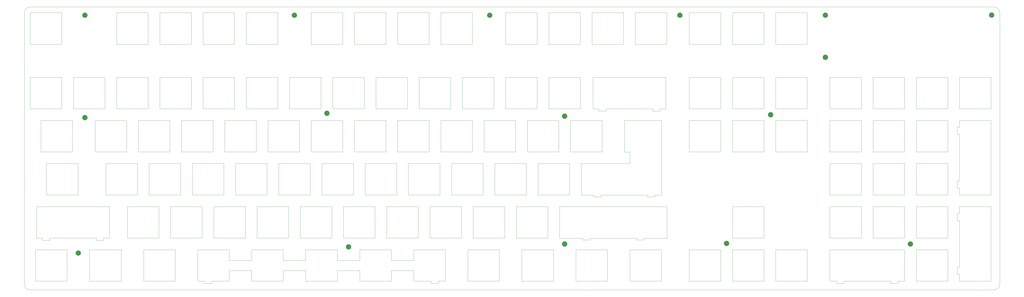
<source format=gbs>
G04 #@! TF.GenerationSoftware,KiCad,Pcbnew,(5.1.5)-3*
G04 #@! TF.CreationDate,2021-02-16T22:22:21+09:00*
G04 #@! TF.ProjectId,topplate,746f7070-6c61-4746-952e-6b696361645f,rev?*
G04 #@! TF.SameCoordinates,Original*
G04 #@! TF.FileFunction,Soldermask,Bot*
G04 #@! TF.FilePolarity,Negative*
%FSLAX46Y46*%
G04 Gerber Fmt 4.6, Leading zero omitted, Abs format (unit mm)*
G04 Created by KiCad (PCBNEW (5.1.5)-3) date 2021-02-16 22:22:21*
%MOMM*%
%LPD*%
G04 APERTURE LIST*
%ADD10C,0.010000*%
%ADD11C,0.100000*%
G04 APERTURE END LIST*
D10*
X273715510Y-78741000D02*
X226378510Y-78741000D01*
X263596510Y-93491400D02*
X263596510Y-92740400D01*
X273715510Y-92740400D02*
X273715510Y-78741000D01*
X260296510Y-92740400D02*
X260296510Y-93491400D01*
X263596510Y-92740400D02*
X273715510Y-92740400D01*
X260296510Y-93491400D02*
X263596510Y-93491400D01*
X239796510Y-92740400D02*
X260296510Y-92740400D01*
X239796510Y-93491400D02*
X239796510Y-92740400D01*
X236497510Y-93491400D02*
X239796510Y-93491400D01*
X236497510Y-92740400D02*
X236497510Y-93491400D01*
X226378510Y-92740400D02*
X236497510Y-92740400D01*
X226378510Y-78741000D02*
X226378510Y-92740400D01*
X271334510Y-73690300D02*
X271334510Y-40641000D01*
X265058510Y-73690300D02*
X265058510Y-74441400D01*
X268359510Y-73690300D02*
X271334510Y-73690300D01*
X271334510Y-40641000D02*
X254953510Y-40641000D01*
X244557510Y-73690300D02*
X265058510Y-73690300D01*
X268359510Y-74441400D02*
X268359510Y-73690300D01*
X265058510Y-74441400D02*
X268359510Y-74441400D01*
X257333510Y-54640300D02*
X257333510Y-59691000D01*
X235903510Y-73690300D02*
X241258510Y-73690300D01*
X257333510Y-59691000D02*
X235903510Y-59691000D01*
X244557510Y-74441400D02*
X244557510Y-73690300D01*
X241258510Y-74441400D02*
X244557510Y-74441400D01*
X235903510Y-59691000D02*
X235903510Y-73690300D01*
X254953510Y-54640300D02*
X257333510Y-54640300D01*
X254953510Y-40641000D02*
X254953510Y-54640300D01*
X241258510Y-73690300D02*
X241258510Y-74441400D01*
X402592510Y-81716300D02*
X402592510Y-78741000D01*
X401622510Y-46816100D02*
X402592510Y-46816100D01*
X401622510Y-43616400D02*
X401622510Y-46816100D01*
X402592510Y-43616400D02*
X401622510Y-43616400D01*
X402592510Y-40641000D02*
X402592510Y-43616400D01*
X345442510Y-97789800D02*
X345442510Y-111691420D01*
X114458510Y-97789800D02*
X114458510Y-102491600D01*
X348416510Y-111691420D02*
X348416510Y-112661560D01*
X345442510Y-111691420D02*
X348416510Y-111691420D01*
X80733910Y-97789800D02*
X66833710Y-97789800D01*
X90647510Y-102491600D02*
X80733910Y-102491600D01*
X138272510Y-102491600D02*
X128358510Y-102491600D01*
X104547510Y-102491600D02*
X104547510Y-97789800D01*
X114458510Y-102491600D02*
X104547510Y-102491600D01*
X90647510Y-97789800D02*
X90647510Y-102491600D01*
X128358510Y-102491600D02*
X128358510Y-97789800D01*
X104547510Y-97789800D02*
X90647510Y-97789800D01*
X128358510Y-97789800D02*
X114458510Y-97789800D01*
X80733910Y-102491600D02*
X80733910Y-97789800D01*
X348416510Y-112661560D02*
X351616510Y-112661560D01*
X173008510Y-111691420D02*
X175983510Y-111691420D01*
X169809510Y-111691420D02*
X169809510Y-112661560D01*
X138272510Y-111691420D02*
X152172510Y-111691420D01*
X128358510Y-106990920D02*
X138272510Y-106990920D01*
X173008510Y-112661560D02*
X173008510Y-111691420D01*
X175983510Y-97789800D02*
X162083510Y-97789800D01*
X152172510Y-111691420D02*
X152172510Y-106990920D01*
X175983510Y-111691420D02*
X175983510Y-97789800D01*
X162083510Y-106990920D02*
X162083510Y-111691420D01*
X114458510Y-106990920D02*
X114458510Y-111691420D01*
X138272510Y-97789800D02*
X138272510Y-102491600D01*
X169809510Y-112661560D02*
X173008510Y-112661560D01*
X114458510Y-111691420D02*
X128358510Y-111691420D01*
X152172510Y-97789800D02*
X138272510Y-97789800D01*
X152172510Y-102491600D02*
X152172510Y-97789800D01*
X162083510Y-102491600D02*
X152172510Y-102491600D01*
X162083510Y-97789800D02*
X162083510Y-102491600D01*
X162083510Y-111691420D02*
X169809510Y-111691420D01*
X152172510Y-106990920D02*
X162083510Y-106990920D01*
X104547510Y-111691420D02*
X104547510Y-106990920D01*
X104547510Y-106990920D02*
X114458510Y-106990920D01*
X128358510Y-111691420D02*
X128358510Y-106990920D01*
X138272510Y-106990920D02*
X138272510Y-111691420D01*
X66833710Y-111691420D02*
X69809010Y-111691420D01*
X80733910Y-106990920D02*
X90647510Y-106990920D01*
X80733910Y-111691420D02*
X80733910Y-106990920D01*
X66833710Y-97789800D02*
X66833710Y-111691420D01*
X69809010Y-111691420D02*
X69809010Y-112661560D01*
X90647510Y-111691420D02*
X104547510Y-111691420D01*
X73008710Y-111691420D02*
X80733910Y-111691420D01*
X69809010Y-112661560D02*
X73008710Y-112661560D01*
X73008710Y-112661560D02*
X73008710Y-111691420D01*
X90647510Y-106990920D02*
X90647510Y-111691420D01*
X364492510Y-54541500D02*
X364492510Y-40641000D01*
X359341510Y-54541500D02*
X345442510Y-54541500D01*
X345442510Y-40641000D02*
X359341510Y-40641000D01*
X321628510Y-40641000D02*
X335527510Y-40641000D01*
X378391510Y-40641000D02*
X378391510Y-54541500D01*
X335527510Y-54541500D02*
X321628510Y-54541500D01*
X397441510Y-54541500D02*
X383542510Y-54541500D01*
X383542510Y-40641000D02*
X397441510Y-40641000D01*
X345442510Y-54541500D02*
X345442510Y-40641000D01*
X302578510Y-54541500D02*
X302578510Y-40641000D01*
X297427510Y-54541500D02*
X283528510Y-54541500D01*
X316477510Y-54541500D02*
X302578510Y-54541500D01*
X302578510Y-40641000D02*
X316477510Y-40641000D01*
X359341510Y-40641000D02*
X359341510Y-54541500D01*
X316477510Y-40641000D02*
X316477510Y-54541500D01*
X283528510Y-54541500D02*
X283528510Y-40641000D01*
X335527510Y-40641000D02*
X335527510Y-54541500D01*
X321628510Y-54541500D02*
X321628510Y-40641000D01*
X397441510Y-40641000D02*
X397441510Y-54541500D01*
X383542510Y-54541500D02*
X383542510Y-40641000D01*
X378391510Y-54541500D02*
X364492510Y-54541500D01*
X364492510Y-40641000D02*
X378391510Y-40641000D01*
X116841510Y-40641000D02*
X130741510Y-40641000D01*
X59691410Y-40641000D02*
X73591510Y-40641000D01*
X-2221130Y-54541500D02*
X-2221130Y-40641000D01*
X193041510Y-40641000D02*
X206941510Y-40641000D01*
X111691510Y-54541500D02*
X97789510Y-54541500D01*
X-2221130Y-40641000D02*
X11677810Y-40641000D01*
X92641510Y-54541500D02*
X78741410Y-54541500D01*
X40641410Y-54541500D02*
X40641410Y-40641000D01*
X231141510Y-54541500D02*
X231141510Y-40641000D01*
X245040510Y-54541500D02*
X231141510Y-54541500D01*
X245040510Y-40641000D02*
X245040510Y-54541500D01*
X231141510Y-40641000D02*
X245040510Y-40641000D01*
X212091510Y-54541500D02*
X212091510Y-40641000D01*
X225991510Y-40641000D02*
X225991510Y-54541500D01*
X97789510Y-40641000D02*
X111691510Y-40641000D01*
X206941510Y-54541500D02*
X193041510Y-54541500D01*
X11677810Y-54541500D02*
X-2221130Y-54541500D01*
X187891510Y-40641000D02*
X187891510Y-54541500D01*
X173991510Y-40641000D02*
X187891510Y-40641000D01*
X154941510Y-40641000D02*
X168841510Y-40641000D01*
X130741510Y-40641000D02*
X130741510Y-54541500D01*
X135891510Y-40641000D02*
X149791510Y-40641000D01*
X59691410Y-54541500D02*
X59691410Y-40641000D01*
X116841510Y-54541500D02*
X116841510Y-40641000D01*
X111691510Y-40641000D02*
X111691510Y-54541500D01*
X21591410Y-40641000D02*
X35491510Y-40641000D01*
X11677810Y-40641000D02*
X11677810Y-54541500D01*
X149791510Y-54541500D02*
X135891510Y-54541500D01*
X78741410Y-40641000D02*
X92641510Y-40641000D01*
X54541510Y-54541500D02*
X40641410Y-54541500D01*
X40641410Y-40641000D02*
X54541510Y-40641000D01*
X154941510Y-54541500D02*
X154941510Y-40641000D01*
X135891510Y-54541500D02*
X135891510Y-40641000D01*
X97789510Y-54541500D02*
X97789510Y-40641000D01*
X149791510Y-40641000D02*
X149791510Y-54541500D01*
X206941510Y-40641000D02*
X206941510Y-54541500D01*
X21591410Y-54541500D02*
X21591410Y-40641000D01*
X416491510Y-40641000D02*
X402592510Y-40641000D01*
X212091510Y-40641000D02*
X225991510Y-40641000D01*
X168841510Y-54541500D02*
X154941510Y-54541500D01*
X168841510Y-40641000D02*
X168841510Y-54541500D01*
X187891510Y-54541500D02*
X173991510Y-54541500D01*
X225991510Y-54541500D02*
X212091510Y-54541500D01*
X130741510Y-54541500D02*
X116841510Y-54541500D01*
X35491510Y-40641000D02*
X35491510Y-54541500D01*
X193041510Y-54541500D02*
X193041510Y-40641000D01*
X173991510Y-54541500D02*
X173991510Y-40641000D01*
X73591510Y-40641000D02*
X73591510Y-54541500D01*
X54541510Y-40641000D02*
X54541510Y-54541500D01*
X73591510Y-54541500D02*
X59691410Y-54541500D01*
X35491510Y-54541500D02*
X21591410Y-54541500D01*
X297427510Y-40641000D02*
X297427510Y-54541500D01*
X283528510Y-40641000D02*
X297427510Y-40641000D01*
X92641510Y-40641000D02*
X92641510Y-54541500D01*
X78741410Y-54541500D02*
X78741410Y-40641000D01*
X364492510Y-73591500D02*
X364492510Y-59691000D01*
X416491510Y-73591500D02*
X416491510Y-40641000D01*
X378391510Y-59691000D02*
X378391510Y-73591500D01*
X211702510Y-59691000D02*
X211702510Y-73591500D01*
X230752510Y-59691000D02*
X230752510Y-73591500D01*
X159703510Y-59691000D02*
X173602510Y-59691000D01*
X364492510Y-59691000D02*
X378391510Y-59691000D01*
X359341510Y-73591500D02*
X345442510Y-73591500D01*
X173602510Y-59691000D02*
X173602510Y-73591500D01*
X159703510Y-73591500D02*
X159703510Y-59691000D01*
X402592510Y-73591500D02*
X416491510Y-73591500D01*
X402592510Y-70616200D02*
X402592510Y-73591500D01*
X197803510Y-59691000D02*
X211702510Y-59691000D01*
X397441510Y-73591500D02*
X383542510Y-73591500D01*
X378391510Y-73591500D02*
X364492510Y-73591500D01*
X192652510Y-73591500D02*
X178753510Y-73591500D01*
X216853510Y-73591500D02*
X216853510Y-59691000D01*
X345442510Y-59691000D02*
X359341510Y-59691000D01*
X401622510Y-70616200D02*
X402592510Y-70616200D01*
X401622510Y-67416500D02*
X401622510Y-70616200D01*
X402592510Y-46816100D02*
X402592510Y-67416500D01*
X397441510Y-59691000D02*
X397441510Y-73591500D01*
X383542510Y-59691000D02*
X397441510Y-59691000D01*
X178753510Y-73591500D02*
X178753510Y-59691000D01*
X230752510Y-73591500D02*
X216853510Y-73591500D01*
X197803510Y-73591500D02*
X197803510Y-59691000D01*
X173602510Y-73591500D02*
X159703510Y-73591500D01*
X383542510Y-73591500D02*
X383542510Y-59691000D01*
X345442510Y-73591500D02*
X345442510Y-59691000D01*
X359341510Y-59691000D02*
X359341510Y-73591500D01*
X216853510Y-59691000D02*
X230752510Y-59691000D01*
X211702510Y-73591500D02*
X197803510Y-73591500D01*
X178753510Y-59691000D02*
X192652510Y-59691000D01*
X402592510Y-67416500D02*
X401622510Y-67416500D01*
X192652510Y-59691000D02*
X192652510Y-73591500D01*
X154552510Y-59691000D02*
X154552510Y-73591500D01*
X135502510Y-59691000D02*
X135502510Y-73591500D01*
X83503910Y-73591500D02*
X83503910Y-59691000D01*
X78352610Y-73591500D02*
X64453910Y-73591500D01*
X154552510Y-73591500D02*
X140653510Y-73591500D01*
X40252610Y-73591500D02*
X26353910Y-73591500D01*
X140653510Y-59691000D02*
X154552510Y-59691000D01*
X83503910Y-59691000D02*
X97402510Y-59691000D01*
X121603510Y-59691000D02*
X135502510Y-59691000D01*
X102553510Y-73591500D02*
X102553510Y-59691000D01*
X116452510Y-73591500D02*
X102553510Y-73591500D01*
X45403910Y-73591500D02*
X45403910Y-59691000D01*
X102553510Y-59691000D02*
X116452510Y-59691000D01*
X14059010Y-73591500D02*
X158740Y-73591500D01*
X158740Y-73591500D02*
X158740Y-59691000D01*
X64453910Y-59691000D02*
X78352610Y-59691000D01*
X59302610Y-73591500D02*
X45403910Y-73591500D01*
X59302610Y-59691000D02*
X59302610Y-73591500D01*
X45403910Y-59691000D02*
X59302610Y-59691000D01*
X26353910Y-73591500D02*
X26353910Y-59691000D01*
X14059010Y-59691000D02*
X14059010Y-73591500D01*
X158740Y-59691000D02*
X14059010Y-59691000D01*
X64453910Y-73591500D02*
X64453910Y-59691000D01*
X116452510Y-59691000D02*
X116452510Y-73591500D01*
X121603510Y-73591500D02*
X121603510Y-59691000D01*
X135502510Y-73591500D02*
X121603510Y-73591500D01*
X97402510Y-73591500D02*
X83503910Y-73591500D01*
X26353910Y-59691000D02*
X40252610Y-59691000D01*
X97402510Y-59691000D02*
X97402510Y-73591500D01*
X78352610Y-59691000D02*
X78352610Y-73591500D01*
X40252610Y-59691000D02*
X40252610Y-73591500D01*
X140653510Y-73591500D02*
X140653510Y-59691000D01*
X383542510Y-92641400D02*
X383542510Y-78741000D01*
X383542510Y-78741000D02*
X397441510Y-78741000D01*
X345442510Y-78741000D02*
X359341510Y-78741000D01*
X359341510Y-92641400D02*
X345442510Y-92641400D01*
X364492510Y-92641400D02*
X364492510Y-78741000D01*
X202177510Y-78741000D02*
X202177510Y-92641400D01*
X378391510Y-78741000D02*
X378391510Y-92641400D01*
X207328510Y-92641400D02*
X207328510Y-78741000D01*
X221227510Y-92641400D02*
X207328510Y-92641400D01*
X302578510Y-78741000D02*
X316477510Y-78741000D01*
X397441510Y-92641400D02*
X383542510Y-92641400D01*
X221227510Y-78741000D02*
X221227510Y-92641400D01*
X397441510Y-78741000D02*
X397441510Y-92641400D01*
X359341510Y-78741000D02*
X359341510Y-92641400D01*
X207328510Y-78741000D02*
X221227510Y-78741000D01*
X378391510Y-92641400D02*
X364492510Y-92641400D01*
X188278510Y-92641400D02*
X188278510Y-78741000D01*
X364492510Y-78741000D02*
X378391510Y-78741000D01*
X345442510Y-92641400D02*
X345442510Y-78741000D01*
X316477510Y-92641400D02*
X302578510Y-92641400D01*
X302578510Y-92641400D02*
X302578510Y-78741000D01*
X316477510Y-78741000D02*
X316477510Y-92641400D01*
X188278510Y-78741000D02*
X202177510Y-78741000D01*
X202177510Y-92641400D02*
X188278510Y-92641400D01*
X150178510Y-78741000D02*
X164077510Y-78741000D01*
X131128510Y-92641400D02*
X131128510Y-78741000D01*
X112078510Y-92641400D02*
X112078510Y-78741000D01*
X125977510Y-92641400D02*
X112078510Y-92641400D01*
X68827610Y-78741000D02*
X68827610Y-92641400D01*
X125977510Y-78741000D02*
X125977510Y-92641400D01*
X73978910Y-92641400D02*
X73978910Y-78741000D01*
X68827610Y-92641400D02*
X54928910Y-92641400D01*
X35878910Y-78741000D02*
X49777610Y-78741000D01*
X169228510Y-92641400D02*
X169228510Y-78741000D01*
X164077510Y-78741000D02*
X164077510Y-92641400D01*
X73978910Y-78741000D02*
X87877610Y-78741000D01*
X183127510Y-78741000D02*
X183127510Y-92641400D01*
X150178510Y-92641400D02*
X150178510Y-78741000D01*
X54928910Y-78741000D02*
X68827610Y-78741000D01*
X183127510Y-92641400D02*
X169228510Y-92641400D01*
X54928910Y-92641400D02*
X54928910Y-78741000D01*
X106927510Y-92641400D02*
X93028510Y-92641400D01*
X169228510Y-78741000D02*
X183127510Y-78741000D01*
X164077510Y-92641400D02*
X150178510Y-92641400D01*
X145027510Y-92641400D02*
X131128510Y-92641400D01*
X49777610Y-78741000D02*
X49777610Y-92641400D01*
X145027510Y-78741000D02*
X145027510Y-92641400D01*
X131128510Y-78741000D02*
X145027510Y-78741000D01*
X106927510Y-78741000D02*
X106927510Y-92641400D01*
X93028510Y-78741000D02*
X106927510Y-78741000D01*
X87877610Y-78741000D02*
X87877610Y-92641400D01*
X87877610Y-92641400D02*
X73978910Y-92641400D01*
X112078510Y-78741000D02*
X125977510Y-78741000D01*
X35878910Y-92641400D02*
X35878910Y-78741000D01*
X93028510Y-92641400D02*
X93028510Y-78741000D01*
X49777610Y-92641400D02*
X35878910Y-92641400D01*
X27922010Y-78741000D02*
X-4177920Y-78741000D01*
X1572610Y-92641400D02*
X22172910Y-92641400D01*
X22172910Y-92641400D02*
X22172910Y-93611600D01*
X1572610Y-93611600D02*
X1572610Y-92641400D01*
X27922010Y-78741000D02*
X27922010Y-92641400D01*
X25372710Y-92641400D02*
X27922010Y-92641400D01*
X22172910Y-93611600D02*
X25372710Y-93611600D01*
X25372710Y-93611600D02*
X25372710Y-92641400D01*
X401622510Y-108716250D02*
X402592510Y-108716250D01*
X-4177920Y-78741000D02*
X-4177920Y-92641400D01*
X416491510Y-78741000D02*
X402592510Y-78741000D01*
X402592510Y-108716250D02*
X402592510Y-111691420D01*
X416491510Y-111691420D02*
X416491510Y-78741000D01*
X-1627190Y-93611600D02*
X1572610Y-93611600D01*
X-1627190Y-92641400D02*
X-1627190Y-93611600D01*
X402592510Y-111691420D02*
X416491510Y-111691420D01*
X-4177920Y-92641400D02*
X-1627190Y-92641400D01*
X401622510Y-81716300D02*
X401622510Y-84916100D01*
X316477510Y-111691420D02*
X302578510Y-111691420D01*
X397441510Y-97789800D02*
X397441510Y-111691420D01*
X383542510Y-97789800D02*
X397441510Y-97789800D01*
X302578510Y-111691420D02*
X302578510Y-97789800D01*
X397441510Y-111691420D02*
X383542510Y-111691420D01*
X401622510Y-105516420D02*
X401622510Y-108716250D01*
X321628510Y-111691420D02*
X321628510Y-97789800D01*
X402592510Y-105516420D02*
X401622510Y-105516420D01*
X402592510Y-81716300D02*
X401622510Y-81716300D01*
X401622510Y-84916100D02*
X402592510Y-84916100D01*
X335527510Y-111691420D02*
X321628510Y-111691420D01*
X335527510Y-97789800D02*
X335527510Y-111691420D01*
X383542510Y-111691420D02*
X383542510Y-97789800D01*
X402592510Y-84916100D02*
X402592510Y-105516420D01*
X321628510Y-97789800D02*
X335527510Y-97789800D01*
X178366510Y-21591000D02*
X178366510Y-35491500D01*
X202566510Y-35491500D02*
X202566510Y-21591000D01*
X235516510Y-35491500D02*
X221616510Y-35491500D01*
X183516510Y-35491500D02*
X183516510Y-21591000D01*
X164466510Y-21591000D02*
X178366510Y-21591000D01*
X216466510Y-21591000D02*
X216466510Y-35491500D01*
X297427510Y-21591000D02*
X297427510Y-35491500D01*
X283528510Y-21591000D02*
X297427510Y-21591000D01*
X302578510Y-21591000D02*
X316477510Y-21591000D01*
X283528510Y-35491500D02*
X283528510Y-21591000D01*
X216466510Y-35491500D02*
X202566510Y-35491500D01*
X183516510Y-21591000D02*
X197416510Y-21591000D01*
X297427510Y-35491500D02*
X283528510Y-35491500D01*
X221616510Y-21591000D02*
X235516510Y-21591000D01*
X197416510Y-21591000D02*
X197416510Y-35491500D01*
X145416510Y-35491500D02*
X145416510Y-21591000D01*
X221616510Y-35491500D02*
X221616510Y-21591000D01*
X335527510Y-21591000D02*
X335527510Y-35491500D01*
X321628510Y-21591000D02*
X335527510Y-21591000D01*
X302578510Y-35491500D02*
X302578510Y-21591000D01*
X316477510Y-35491500D02*
X302578510Y-35491500D01*
X316477510Y-21591000D02*
X316477510Y-35491500D01*
X164466510Y-35491500D02*
X164466510Y-21591000D01*
X178366510Y-35491500D02*
X164466510Y-35491500D01*
X159316510Y-35491500D02*
X145416510Y-35491500D01*
X235516510Y-21591000D02*
X235516510Y-35491500D01*
X197416510Y-35491500D02*
X183516510Y-35491500D01*
X202566510Y-21591000D02*
X216466510Y-21591000D01*
X31114910Y-35491500D02*
X31114910Y-21591000D01*
X126366510Y-21591000D02*
X140266510Y-21591000D01*
X121216510Y-21591000D02*
X121216510Y-35491500D01*
X107316510Y-21591000D02*
X121216510Y-21591000D01*
X25966510Y-21591000D02*
X25966510Y-35491500D01*
X83116510Y-21591000D02*
X83116510Y-35491500D01*
X246841510Y-35491500D02*
X267441511Y-35491500D01*
X140266510Y-21591000D02*
X140266510Y-35491500D01*
X88264910Y-35491500D02*
X88264910Y-21591000D01*
X107316510Y-35491500D02*
X107316510Y-21591000D01*
X273190510Y-35491500D02*
X273190510Y-21591000D01*
X243641510Y-36461700D02*
X246841510Y-36461700D01*
X12066410Y-35491500D02*
X12066410Y-21591000D01*
X241090510Y-35491500D02*
X243641510Y-35491500D01*
X241090510Y-21591000D02*
X241090510Y-28991300D01*
X6916710Y-21591000D02*
X6916710Y-35491500D01*
X121216510Y-35491500D02*
X107316510Y-35491500D01*
X69214910Y-35491500D02*
X69214910Y-21591000D01*
X64066510Y-35491500D02*
X50164910Y-35491500D01*
X267441510Y-36461700D02*
X270641510Y-36461700D01*
X102165510Y-21591000D02*
X102165510Y-35491500D01*
X-6985000Y-35491500D02*
X-6985000Y-21591000D01*
X270641510Y-36461700D02*
X270641510Y-35491500D01*
X243641510Y-35491500D02*
X243641510Y-36461700D01*
X126366510Y-35491500D02*
X126366510Y-21591000D01*
X140266510Y-35491500D02*
X126366510Y-35491500D01*
X25966510Y-35491500D02*
X12066410Y-35491500D01*
X102165510Y-35491500D02*
X88264910Y-35491500D01*
X88264910Y-21591000D02*
X102165510Y-21591000D01*
X-6985000Y-21591000D02*
X6916710Y-21591000D01*
X83116510Y-35491500D02*
X69214910Y-35491500D01*
X69214910Y-21591000D02*
X83116510Y-21591000D01*
X45016510Y-35491500D02*
X31114910Y-35491500D01*
X50164910Y-35491500D02*
X50164910Y-21591000D01*
X12066410Y-21591000D02*
X25966510Y-21591000D01*
X267441511Y-35491500D02*
X267441510Y-36461700D01*
X6916710Y-35491500D02*
X-6985000Y-35491500D01*
X273190510Y-21591000D02*
X241090510Y-21591000D01*
X241090510Y-28991300D02*
X241090510Y-35491500D01*
X64066510Y-21591000D02*
X64066510Y-35491500D01*
X50164910Y-21591000D02*
X64066510Y-21591000D01*
X31114910Y-21591000D02*
X45016510Y-21591000D01*
X246841510Y-36461700D02*
X246841510Y-35491500D01*
X45016510Y-21591000D02*
X45016510Y-35491500D01*
X270641510Y-35491500D02*
X273190510Y-35491500D01*
X159316510Y-21591000D02*
X159316510Y-35491500D01*
X145416510Y-21591000D02*
X159316510Y-21591000D01*
X223608510Y-97789800D02*
X223608510Y-111691420D01*
X302578510Y-97789800D02*
X316477510Y-97789800D01*
X283528510Y-111691420D02*
X283528510Y-97789800D01*
X247422510Y-111691420D02*
X233522510Y-111691420D01*
X257333510Y-97789800D02*
X271233510Y-97789800D01*
X199797510Y-97789800D02*
X199797510Y-111691420D01*
X297427510Y-97789800D02*
X297427510Y-111691420D01*
X271233510Y-111691420D02*
X257333510Y-111691420D01*
X247422510Y-97789800D02*
X247422510Y-111691420D01*
X233522510Y-97789800D02*
X247422510Y-97789800D01*
X283528510Y-97789800D02*
X297427510Y-97789800D01*
X209708510Y-111691420D02*
X209708510Y-97789800D01*
X209708510Y-97789800D02*
X223608510Y-97789800D01*
X271233510Y-97789800D02*
X271233510Y-111691420D01*
X316477510Y-97789800D02*
X316477510Y-111691420D01*
X257333510Y-111691420D02*
X257333510Y-97789800D01*
X185897510Y-111691420D02*
X185897510Y-97789800D01*
X199797510Y-111691420D02*
X185897510Y-111691420D01*
X43022610Y-111691420D02*
X43022610Y-97789800D01*
X185897510Y-97789800D02*
X199797510Y-97789800D01*
X297427510Y-111691420D02*
X283528510Y-111691420D01*
X233522510Y-111691420D02*
X233522510Y-97789800D01*
X223608510Y-111691420D02*
X209708510Y-111691420D01*
X375417510Y-111691420D02*
X378391510Y-111691420D01*
X372218510Y-112661560D02*
X375417510Y-112661560D01*
X-4602380Y-97789800D02*
X9297910Y-97789800D01*
X351616510Y-111691420D02*
X372218510Y-111691420D01*
X33108810Y-111691420D02*
X19208710Y-111691420D01*
X19208710Y-97789800D02*
X33108810Y-97789800D01*
X378391510Y-111691420D02*
X378391510Y-97789800D01*
X9297910Y-97789800D02*
X9297910Y-111691420D01*
X375417510Y-112661560D02*
X375417510Y-111691420D01*
X351616510Y-112661560D02*
X351616510Y-111691420D01*
X372218510Y-111691420D02*
X372218510Y-112661560D01*
X56922810Y-111691420D02*
X43022610Y-111691420D01*
X9297910Y-111691420D02*
X-4602380Y-111691420D01*
X56922810Y-97789800D02*
X56922810Y-111691420D01*
X43022610Y-97789800D02*
X56922810Y-97789800D01*
X19208710Y-111691420D02*
X19208710Y-97789800D01*
X33108810Y-97789800D02*
X33108810Y-111691420D01*
X-4602380Y-111691420D02*
X-4602380Y-97789800D01*
X378391510Y-97789800D02*
X345442510Y-97789800D01*
X31114910Y-6917000D02*
X31114910Y6985000D01*
X345442510Y-21591000D02*
X359341510Y-21591000D01*
X45016510Y-6917000D02*
X31114910Y-6917000D01*
X45016510Y6985000D02*
X45016510Y-6917000D01*
X31114910Y6985000D02*
X45016510Y6985000D01*
X6916710Y-6917000D02*
X-6985000Y-6917000D01*
X397441510Y-21591000D02*
X397441510Y-35491500D01*
X364492510Y-35491500D02*
X364492510Y-21591000D01*
X397441510Y-35491500D02*
X383542510Y-35491500D01*
X378391510Y-21591000D02*
X378391510Y-35491500D01*
X383542510Y-21591000D02*
X397441510Y-21591000D01*
X-6985000Y6985000D02*
X6916710Y6985000D01*
X-6985000Y-6917000D02*
X-6985000Y6985000D01*
X6916710Y6985000D02*
X6916710Y-6917000D01*
X64066510Y6985000D02*
X64066510Y-6917000D01*
X383542510Y-35491500D02*
X383542510Y-21591000D01*
X359341510Y-35491500D02*
X345442510Y-35491500D01*
X416491510Y-35491500D02*
X402592510Y-35491500D01*
X416491510Y-21591000D02*
X416491510Y-35491500D01*
X359341510Y-21591000D02*
X359341510Y-35491500D01*
X364492510Y-21591000D02*
X378391510Y-21591000D01*
X335527510Y-35491500D02*
X321628510Y-35491500D01*
X345442510Y-35491500D02*
X345442510Y-21591000D01*
X321628510Y-35491500D02*
X321628510Y-21591000D01*
X378391510Y-35491500D02*
X364492510Y-35491500D01*
X50164910Y6985000D02*
X64066510Y6985000D01*
X402592510Y-35491500D02*
X402592510Y-21591000D01*
X402592510Y-21591000D02*
X416491510Y-21591000D01*
X202566510Y6985000D02*
X216466510Y6985000D01*
X173991510Y-6917000D02*
X173991510Y6985000D01*
X259716510Y6985000D02*
X273616510Y6985000D01*
X83116510Y-6917000D02*
X69214910Y-6917000D01*
X69214910Y6985000D02*
X83116510Y6985000D01*
X335527510Y6985000D02*
X335527510Y-6917000D01*
X321628510Y6985000D02*
X335527510Y6985000D01*
X297427510Y-6917000D02*
X283528510Y-6917000D01*
X221616510Y6985000D02*
X235516510Y6985000D01*
X154941510Y-6917000D02*
X154941510Y6985000D01*
X149790510Y6985000D02*
X149790510Y-6917000D01*
X64066510Y-6917000D02*
X50164910Y-6917000D01*
X149790510Y-6917000D02*
X135891510Y-6917000D01*
X116841510Y6985000D02*
X130740510Y6985000D01*
X102165510Y6985000D02*
X102165510Y-6917000D01*
X302578510Y-6917000D02*
X302578510Y6985000D01*
X283528510Y6985000D02*
X297427510Y6985000D01*
X240666510Y-6917000D02*
X240666510Y6985000D01*
X69214910Y-6917000D02*
X69214910Y6985000D01*
X235516510Y-6917000D02*
X221616510Y-6917000D01*
X154941510Y6985000D02*
X168841510Y6985000D01*
X316477510Y-6917000D02*
X302578510Y-6917000D01*
X202566510Y-6917000D02*
X202566510Y6985000D01*
X135891510Y6985000D02*
X149790510Y6985000D01*
X240666510Y6985000D02*
X254566510Y6985000D01*
X216466510Y-6917000D02*
X202566510Y-6917000D01*
X135891510Y-6917000D02*
X135891510Y6985000D01*
X83116510Y6985000D02*
X83116510Y-6917000D01*
X102165510Y-6917000D02*
X88264910Y-6917000D01*
X187891510Y-6917000D02*
X173991510Y-6917000D01*
X216466510Y6985000D02*
X216466510Y-6917000D01*
X316477510Y6985000D02*
X316477510Y-6917000D01*
X130740510Y6985000D02*
X130740510Y-6917000D01*
X50164910Y-6917000D02*
X50164910Y6985000D01*
X254566510Y-6917000D02*
X240666510Y-6917000D01*
X302578510Y6985000D02*
X316477510Y6985000D01*
X321628510Y-6917000D02*
X321628510Y6985000D01*
X221616510Y-6917000D02*
X221616510Y6985000D01*
X335527510Y-6917000D02*
X321628510Y-6917000D01*
X273616510Y6985000D02*
X273616510Y-6917000D01*
X254566510Y6985000D02*
X254566510Y-6917000D01*
X173991510Y6985000D02*
X187891510Y6985000D01*
X88264910Y-6917000D02*
X88264910Y6985000D01*
X187891510Y6985000D02*
X187891510Y-6917000D01*
X168841510Y6985000D02*
X168841510Y-6917000D01*
X259716510Y-6917000D02*
X259716510Y6985000D01*
X168841510Y-6917000D02*
X154941510Y-6917000D01*
X297427510Y6985000D02*
X297427510Y-6917000D01*
X273616510Y-6917000D02*
X259716510Y-6917000D01*
X116841510Y-6917000D02*
X116841510Y6985000D01*
X283528510Y-6917000D02*
X283528510Y6985000D01*
X235516510Y6985000D02*
X235516510Y-6917000D01*
X130740510Y-6917000D02*
X116841510Y-6917000D01*
X88264910Y6985000D02*
X102165510Y6985000D01*
X420370000Y6985000D02*
X420370000Y-113030000D01*
X420370000Y-113030000D02*
G75*
G02X417830000Y-115570000I-2540000J0D01*
G01*
X-6985000Y-115570000D02*
X417830000Y-115570000D01*
X417830000Y9525000D02*
X-6985000Y9525000D01*
X417830000Y9525000D02*
G75*
G02X420370000Y6985000I0J-2540000D01*
G01*
X-9525000Y-113030000D02*
X-9525000Y6985000D01*
X-6985000Y-115570000D02*
G75*
G02X-9525000Y-113030000I0J2540000D01*
G01*
X-9525000Y6985000D02*
G75*
G02X-6985000Y9525000I2540000J0D01*
G01*
D11*
G36*
X14559734Y-98143732D02*
G01*
X14769203Y-98230497D01*
X14957720Y-98356460D01*
X15118040Y-98516780D01*
X15244003Y-98705297D01*
X15330768Y-98914766D01*
X15375000Y-99137136D01*
X15375000Y-99363864D01*
X15330768Y-99586234D01*
X15244003Y-99795703D01*
X15118040Y-99984220D01*
X14957720Y-100144540D01*
X14769203Y-100270503D01*
X14559734Y-100357268D01*
X14337364Y-100401500D01*
X14110636Y-100401500D01*
X13888266Y-100357268D01*
X13678797Y-100270503D01*
X13490280Y-100144540D01*
X13329960Y-99984220D01*
X13203997Y-99795703D01*
X13117232Y-99586234D01*
X13073000Y-99363864D01*
X13073000Y-99137136D01*
X13117232Y-98914766D01*
X13203997Y-98705297D01*
X13329960Y-98516780D01*
X13490280Y-98356460D01*
X13678797Y-98230497D01*
X13888266Y-98143732D01*
X14110636Y-98099500D01*
X14337364Y-98099500D01*
X14559734Y-98143732D01*
G37*
G36*
X133685734Y-95413232D02*
G01*
X133895203Y-95499997D01*
X134083720Y-95625960D01*
X134244040Y-95786280D01*
X134370003Y-95974797D01*
X134456768Y-96184266D01*
X134501000Y-96406636D01*
X134501000Y-96633364D01*
X134456768Y-96855734D01*
X134370003Y-97065203D01*
X134244040Y-97253720D01*
X134083720Y-97414040D01*
X133895203Y-97540003D01*
X133685734Y-97626768D01*
X133463364Y-97671000D01*
X133236636Y-97671000D01*
X133014266Y-97626768D01*
X132804797Y-97540003D01*
X132616280Y-97414040D01*
X132455960Y-97253720D01*
X132329997Y-97065203D01*
X132243232Y-96855734D01*
X132199000Y-96633364D01*
X132199000Y-96406636D01*
X132243232Y-96184266D01*
X132329997Y-95974797D01*
X132455960Y-95786280D01*
X132616280Y-95625960D01*
X132804797Y-95499997D01*
X133014266Y-95413232D01*
X133236636Y-95369000D01*
X133463364Y-95369000D01*
X133685734Y-95413232D01*
G37*
G36*
X228935734Y-94143232D02*
G01*
X229145203Y-94229997D01*
X229333720Y-94355960D01*
X229494040Y-94516280D01*
X229620003Y-94704797D01*
X229706768Y-94914266D01*
X229751000Y-95136636D01*
X229751000Y-95363364D01*
X229706768Y-95585734D01*
X229620003Y-95795203D01*
X229494040Y-95983720D01*
X229333720Y-96144040D01*
X229333717Y-96144042D01*
X229333716Y-96144043D01*
X229273519Y-96184265D01*
X229145203Y-96270003D01*
X228935734Y-96356768D01*
X228713364Y-96401000D01*
X228486636Y-96401000D01*
X228264266Y-96356768D01*
X228054797Y-96270003D01*
X227926481Y-96184265D01*
X227866284Y-96144043D01*
X227866283Y-96144042D01*
X227866280Y-96144040D01*
X227705960Y-95983720D01*
X227579997Y-95795203D01*
X227493232Y-95585734D01*
X227449000Y-95363364D01*
X227449000Y-95136636D01*
X227493232Y-94914266D01*
X227579997Y-94704797D01*
X227705960Y-94516280D01*
X227866280Y-94355960D01*
X228054797Y-94229997D01*
X228264266Y-94143232D01*
X228486636Y-94099000D01*
X228713364Y-94099000D01*
X228935734Y-94143232D01*
G37*
G36*
X381335734Y-94143232D02*
G01*
X381545203Y-94229997D01*
X381733720Y-94355960D01*
X381894040Y-94516280D01*
X382020003Y-94704797D01*
X382106768Y-94914266D01*
X382151000Y-95136636D01*
X382151000Y-95363364D01*
X382106768Y-95585734D01*
X382020003Y-95795203D01*
X381894040Y-95983720D01*
X381733720Y-96144040D01*
X381733717Y-96144042D01*
X381733716Y-96144043D01*
X381673519Y-96184265D01*
X381545203Y-96270003D01*
X381335734Y-96356768D01*
X381113364Y-96401000D01*
X380886636Y-96401000D01*
X380664266Y-96356768D01*
X380454797Y-96270003D01*
X380326481Y-96184265D01*
X380266284Y-96144043D01*
X380266283Y-96144042D01*
X380266280Y-96144040D01*
X380105960Y-95983720D01*
X379979997Y-95795203D01*
X379893232Y-95585734D01*
X379849000Y-95363364D01*
X379849000Y-95136636D01*
X379893232Y-94914266D01*
X379979997Y-94704797D01*
X380105960Y-94516280D01*
X380266280Y-94355960D01*
X380454797Y-94229997D01*
X380664266Y-94143232D01*
X380886636Y-94099000D01*
X381113364Y-94099000D01*
X381335734Y-94143232D01*
G37*
G36*
X300309734Y-93889232D02*
G01*
X300519203Y-93975997D01*
X300519204Y-93975998D01*
X300703291Y-94099000D01*
X300707720Y-94101960D01*
X300868040Y-94262280D01*
X300994003Y-94450797D01*
X301080768Y-94660266D01*
X301125000Y-94882636D01*
X301125000Y-95109364D01*
X301080768Y-95331734D01*
X300994003Y-95541203D01*
X300868040Y-95729720D01*
X300707720Y-95890040D01*
X300519203Y-96016003D01*
X300309734Y-96102768D01*
X300087364Y-96147000D01*
X299860636Y-96147000D01*
X299638266Y-96102768D01*
X299428797Y-96016003D01*
X299240280Y-95890040D01*
X299079960Y-95729720D01*
X298953997Y-95541203D01*
X298867232Y-95331734D01*
X298823000Y-95109364D01*
X298823000Y-94882636D01*
X298867232Y-94660266D01*
X298953997Y-94450797D01*
X299079960Y-94262280D01*
X299240280Y-94101960D01*
X299244710Y-94099000D01*
X299428796Y-93975998D01*
X299428797Y-93975997D01*
X299638266Y-93889232D01*
X299860636Y-93845000D01*
X300087364Y-93845000D01*
X300309734Y-93889232D01*
G37*
G36*
X17480734Y-38263232D02*
G01*
X17690203Y-38349997D01*
X17878720Y-38475960D01*
X18039040Y-38636280D01*
X18165003Y-38824797D01*
X18251768Y-39034266D01*
X18296000Y-39256636D01*
X18296000Y-39483364D01*
X18251768Y-39705734D01*
X18165003Y-39915203D01*
X18039040Y-40103720D01*
X17878720Y-40264040D01*
X17690203Y-40390003D01*
X17480734Y-40476768D01*
X17258364Y-40521000D01*
X17031636Y-40521000D01*
X16809266Y-40476768D01*
X16599797Y-40390003D01*
X16411280Y-40264040D01*
X16250960Y-40103720D01*
X16124997Y-39915203D01*
X16038232Y-39705734D01*
X15994000Y-39483364D01*
X15994000Y-39256636D01*
X16038232Y-39034266D01*
X16124997Y-38824797D01*
X16250960Y-38636280D01*
X16411280Y-38475960D01*
X16599797Y-38349997D01*
X16809266Y-38263232D01*
X17031636Y-38219000D01*
X17258364Y-38219000D01*
X17480734Y-38263232D01*
G37*
G36*
X228935734Y-37628232D02*
G01*
X229145203Y-37714997D01*
X229333720Y-37840960D01*
X229494040Y-38001280D01*
X229620003Y-38189797D01*
X229706768Y-38399266D01*
X229751000Y-38621636D01*
X229751000Y-38848364D01*
X229706768Y-39070734D01*
X229620003Y-39280203D01*
X229494040Y-39468720D01*
X229333720Y-39629040D01*
X229145203Y-39755003D01*
X228935734Y-39841768D01*
X228713364Y-39886000D01*
X228486636Y-39886000D01*
X228264266Y-39841768D01*
X228054797Y-39755003D01*
X227866280Y-39629040D01*
X227705960Y-39468720D01*
X227579997Y-39280203D01*
X227493232Y-39070734D01*
X227449000Y-38848364D01*
X227449000Y-38621636D01*
X227493232Y-38399266D01*
X227579997Y-38189797D01*
X227705960Y-38001280D01*
X227866280Y-37840960D01*
X228054797Y-37714997D01*
X228264266Y-37628232D01*
X228486636Y-37584000D01*
X228713364Y-37584000D01*
X228935734Y-37628232D01*
G37*
G36*
X319740734Y-36993232D02*
G01*
X319950203Y-37079997D01*
X320138720Y-37205960D01*
X320299040Y-37366280D01*
X320425003Y-37554797D01*
X320511768Y-37764266D01*
X320556000Y-37986636D01*
X320556000Y-38213364D01*
X320511768Y-38435734D01*
X320425003Y-38645203D01*
X320299040Y-38833720D01*
X320138720Y-38994040D01*
X319950203Y-39120003D01*
X319740734Y-39206768D01*
X319518364Y-39251000D01*
X319291636Y-39251000D01*
X319069266Y-39206768D01*
X318859797Y-39120003D01*
X318671280Y-38994040D01*
X318510960Y-38833720D01*
X318384997Y-38645203D01*
X318298232Y-38435734D01*
X318254000Y-38213364D01*
X318254000Y-37986636D01*
X318298232Y-37764266D01*
X318384997Y-37554797D01*
X318510960Y-37366280D01*
X318671280Y-37205960D01*
X318859797Y-37079997D01*
X319069266Y-36993232D01*
X319291636Y-36949000D01*
X319518364Y-36949000D01*
X319740734Y-36993232D01*
G37*
G36*
X124160734Y-36358232D02*
G01*
X124370203Y-36444997D01*
X124558720Y-36570960D01*
X124719040Y-36731280D01*
X124845003Y-36919797D01*
X124931768Y-37129266D01*
X124976000Y-37351636D01*
X124976000Y-37578364D01*
X124931768Y-37800734D01*
X124845003Y-38010203D01*
X124719040Y-38198720D01*
X124558720Y-38359040D01*
X124370203Y-38485003D01*
X124160734Y-38571768D01*
X123938364Y-38616000D01*
X123711636Y-38616000D01*
X123489266Y-38571768D01*
X123279797Y-38485003D01*
X123091280Y-38359040D01*
X122930960Y-38198720D01*
X122804997Y-38010203D01*
X122718232Y-37800734D01*
X122674000Y-37578364D01*
X122674000Y-37351636D01*
X122718232Y-37129266D01*
X122804997Y-36919797D01*
X122930960Y-36731280D01*
X123091280Y-36570960D01*
X123279797Y-36444997D01*
X123489266Y-36358232D01*
X123711636Y-36314000D01*
X123938364Y-36314000D01*
X124160734Y-36358232D01*
G37*
G36*
X343870734Y-11593232D02*
G01*
X344080203Y-11679997D01*
X344268720Y-11805960D01*
X344429040Y-11966280D01*
X344555003Y-12154797D01*
X344641768Y-12364266D01*
X344686000Y-12586636D01*
X344686000Y-12813364D01*
X344641768Y-13035734D01*
X344555003Y-13245203D01*
X344429040Y-13433720D01*
X344268720Y-13594040D01*
X344080203Y-13720003D01*
X343870734Y-13806768D01*
X343648364Y-13851000D01*
X343421636Y-13851000D01*
X343199266Y-13806768D01*
X342989797Y-13720003D01*
X342801280Y-13594040D01*
X342640960Y-13433720D01*
X342514997Y-13245203D01*
X342428232Y-13035734D01*
X342384000Y-12813364D01*
X342384000Y-12586636D01*
X342428232Y-12364266D01*
X342514997Y-12154797D01*
X342640960Y-11966280D01*
X342801280Y-11805960D01*
X342989797Y-11679997D01*
X343199266Y-11593232D01*
X343421636Y-11549000D01*
X343648364Y-11549000D01*
X343870734Y-11593232D01*
G37*
G36*
X109809734Y7012268D02*
G01*
X110019203Y6925503D01*
X110207720Y6799540D01*
X110368040Y6639220D01*
X110494003Y6450703D01*
X110580768Y6241234D01*
X110625000Y6018864D01*
X110625000Y5792136D01*
X110580768Y5569766D01*
X110494003Y5360297D01*
X110368040Y5171780D01*
X110207720Y5011460D01*
X110019203Y4885497D01*
X109809734Y4798732D01*
X109587364Y4754500D01*
X109360636Y4754500D01*
X109138266Y4798732D01*
X108928797Y4885497D01*
X108740280Y5011460D01*
X108579960Y5171780D01*
X108453997Y5360297D01*
X108367232Y5569766D01*
X108323000Y5792136D01*
X108323000Y6018864D01*
X108367232Y6241234D01*
X108453997Y6450703D01*
X108579960Y6639220D01*
X108740280Y6799540D01*
X108928797Y6925503D01*
X109138266Y7012268D01*
X109360636Y7056500D01*
X109587364Y7056500D01*
X109809734Y7012268D01*
G37*
G36*
X195915734Y7012268D02*
G01*
X196125203Y6925503D01*
X196313720Y6799540D01*
X196474040Y6639220D01*
X196600003Y6450703D01*
X196686768Y6241234D01*
X196731000Y6018864D01*
X196731000Y5792136D01*
X196686768Y5569766D01*
X196600003Y5360297D01*
X196474040Y5171780D01*
X196313720Y5011460D01*
X196125203Y4885497D01*
X195915734Y4798732D01*
X195693364Y4754500D01*
X195466636Y4754500D01*
X195244266Y4798732D01*
X195034797Y4885497D01*
X194846280Y5011460D01*
X194685960Y5171780D01*
X194559997Y5360297D01*
X194473232Y5569766D01*
X194429000Y5792136D01*
X194429000Y6018864D01*
X194473232Y6241234D01*
X194559997Y6450703D01*
X194685960Y6639220D01*
X194846280Y6799540D01*
X195034797Y6925503D01*
X195244266Y7012268D01*
X195466636Y7056500D01*
X195693364Y7056500D01*
X195915734Y7012268D01*
G37*
G36*
X279735734Y7012268D02*
G01*
X279945203Y6925503D01*
X280133720Y6799540D01*
X280294040Y6639220D01*
X280420003Y6450703D01*
X280506768Y6241234D01*
X280551000Y6018864D01*
X280551000Y5792136D01*
X280506768Y5569766D01*
X280420003Y5360297D01*
X280294040Y5171780D01*
X280133720Y5011460D01*
X279945203Y4885497D01*
X279735734Y4798732D01*
X279513364Y4754500D01*
X279286636Y4754500D01*
X279064266Y4798732D01*
X278854797Y4885497D01*
X278666280Y5011460D01*
X278505960Y5171780D01*
X278379997Y5360297D01*
X278293232Y5569766D01*
X278249000Y5792136D01*
X278249000Y6018864D01*
X278293232Y6241234D01*
X278379997Y6450703D01*
X278505960Y6639220D01*
X278666280Y6799540D01*
X278854797Y6925503D01*
X279064266Y7012268D01*
X279286636Y7056500D01*
X279513364Y7056500D01*
X279735734Y7012268D01*
G37*
G36*
X343870734Y7012268D02*
G01*
X344080203Y6925503D01*
X344268720Y6799540D01*
X344429040Y6639220D01*
X344555003Y6450703D01*
X344641768Y6241234D01*
X344686000Y6018864D01*
X344686000Y5792136D01*
X344641768Y5569766D01*
X344555003Y5360297D01*
X344429040Y5171780D01*
X344268720Y5011460D01*
X344080203Y4885497D01*
X343870734Y4798732D01*
X343648364Y4754500D01*
X343421636Y4754500D01*
X343199266Y4798732D01*
X342989797Y4885497D01*
X342801280Y5011460D01*
X342640960Y5171780D01*
X342514997Y5360297D01*
X342428232Y5569766D01*
X342384000Y5792136D01*
X342384000Y6018864D01*
X342428232Y6241234D01*
X342514997Y6450703D01*
X342640960Y6639220D01*
X342801280Y6799540D01*
X342989797Y6925503D01*
X343199266Y7012268D01*
X343421636Y7056500D01*
X343648364Y7056500D01*
X343870734Y7012268D01*
G37*
G36*
X17480734Y7012268D02*
G01*
X17690203Y6925503D01*
X17878720Y6799540D01*
X18039040Y6639220D01*
X18165003Y6450703D01*
X18251768Y6241234D01*
X18296000Y6018864D01*
X18296000Y5792136D01*
X18251768Y5569766D01*
X18165003Y5360297D01*
X18039040Y5171780D01*
X17878720Y5011460D01*
X17690203Y4885497D01*
X17480734Y4798732D01*
X17258364Y4754500D01*
X17031636Y4754500D01*
X16809266Y4798732D01*
X16599797Y4885497D01*
X16411280Y5011460D01*
X16250960Y5171780D01*
X16124997Y5360297D01*
X16038232Y5569766D01*
X15994000Y5792136D01*
X15994000Y6018864D01*
X16038232Y6241234D01*
X16124997Y6450703D01*
X16250960Y6639220D01*
X16411280Y6799540D01*
X16599797Y6925503D01*
X16809266Y7012268D01*
X17031636Y7056500D01*
X17258364Y7056500D01*
X17480734Y7012268D01*
G37*
G36*
X417149734Y7075768D02*
G01*
X417359203Y6989003D01*
X417547720Y6863040D01*
X417708040Y6702720D01*
X417834003Y6514203D01*
X417920768Y6304734D01*
X417965000Y6082364D01*
X417965000Y5855636D01*
X417920768Y5633266D01*
X417834003Y5423797D01*
X417708040Y5235280D01*
X417547720Y5074960D01*
X417359203Y4948997D01*
X417149734Y4862232D01*
X416927364Y4818000D01*
X416700636Y4818000D01*
X416478266Y4862232D01*
X416268797Y4948997D01*
X416080280Y5074960D01*
X415919960Y5235280D01*
X415793997Y5423797D01*
X415707232Y5633266D01*
X415663000Y5855636D01*
X415663000Y6082364D01*
X415707232Y6304734D01*
X415793997Y6514203D01*
X415919960Y6702720D01*
X416080280Y6863040D01*
X416268797Y6989003D01*
X416478266Y7075768D01*
X416700636Y7120000D01*
X416927364Y7120000D01*
X417149734Y7075768D01*
G37*
M02*

</source>
